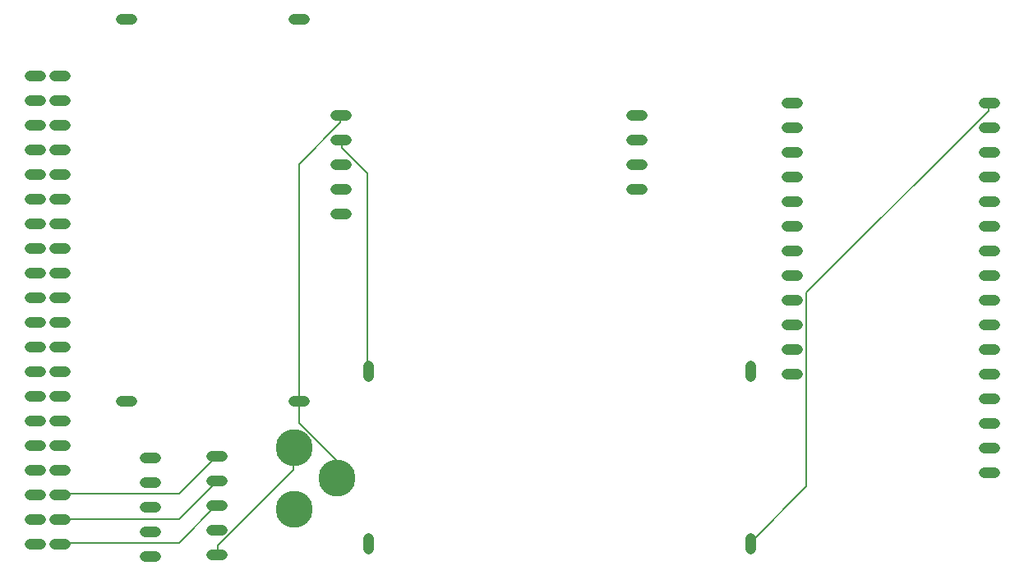
<source format=gbr>
G04 EAGLE Gerber RS-274X export*
G75*
%MOMM*%
%FSLAX34Y34*%
%LPD*%
%INBottom Copper*%
%IPPOS*%
%AMOC8*
5,1,8,0,0,1.08239X$1,22.5*%
G01*
%ADD10C,1.108000*%
%ADD11C,3.810000*%
%ADD12C,0.152400*%


D10*
X429260Y144320D02*
X429260Y155400D01*
X429260Y322120D02*
X429260Y333200D01*
X822960Y333200D02*
X822960Y322120D01*
X822960Y155400D02*
X822960Y144320D01*
X860600Y579120D02*
X871680Y579120D01*
X871680Y604520D02*
X860600Y604520D01*
X860600Y553720D02*
X871680Y553720D01*
X871680Y528320D02*
X860600Y528320D01*
X860600Y502920D02*
X871680Y502920D01*
X871680Y477520D02*
X860600Y477520D01*
X860600Y452120D02*
X871680Y452120D01*
X871680Y426720D02*
X860600Y426720D01*
X860600Y401320D02*
X871680Y401320D01*
X871680Y375920D02*
X860600Y375920D01*
X860600Y350520D02*
X871680Y350520D01*
X871680Y325120D02*
X860600Y325120D01*
X1063800Y604520D02*
X1074880Y604520D01*
X1074880Y579120D02*
X1063800Y579120D01*
X1063800Y553720D02*
X1074880Y553720D01*
X1074880Y528320D02*
X1063800Y528320D01*
X1063800Y502920D02*
X1074880Y502920D01*
X1074880Y477520D02*
X1063800Y477520D01*
X1063800Y452120D02*
X1074880Y452120D01*
X1074880Y426720D02*
X1063800Y426720D01*
X1063800Y401320D02*
X1074880Y401320D01*
X1074880Y375920D02*
X1063800Y375920D01*
X1063800Y350520D02*
X1074880Y350520D01*
X1074880Y325120D02*
X1063800Y325120D01*
X1063800Y299720D02*
X1074880Y299720D01*
X1074880Y274320D02*
X1063800Y274320D01*
X1063800Y248920D02*
X1074880Y248920D01*
X1074880Y223520D02*
X1063800Y223520D01*
X406860Y591820D02*
X395780Y591820D01*
X395780Y566420D02*
X406860Y566420D01*
X406860Y541020D02*
X395780Y541020D01*
X395780Y515620D02*
X406860Y515620D01*
X406860Y490220D02*
X395780Y490220D01*
X700580Y591820D02*
X711660Y591820D01*
X711660Y566420D02*
X700580Y566420D01*
X700580Y541020D02*
X711660Y541020D01*
X711660Y515620D02*
X700580Y515620D01*
D11*
X397510Y217170D03*
X353060Y185420D03*
X353060Y248920D03*
D10*
X278590Y138430D02*
X267510Y138430D01*
X267510Y163830D02*
X278590Y163830D01*
X278590Y189230D02*
X267510Y189230D01*
X267510Y214630D02*
X278590Y214630D01*
X278590Y240030D02*
X267510Y240030D01*
X210010Y137160D02*
X198930Y137160D01*
X198930Y162560D02*
X210010Y162560D01*
X210010Y187960D02*
X198930Y187960D01*
X198930Y213360D02*
X210010Y213360D01*
X210010Y238760D02*
X198930Y238760D01*
X352600Y297180D02*
X363680Y297180D01*
X185880Y297180D02*
X174800Y297180D01*
X174800Y690880D02*
X185880Y690880D01*
X352600Y690880D02*
X363680Y690880D01*
X117300Y632460D02*
X106220Y632460D01*
X106220Y607060D02*
X117300Y607060D01*
X117300Y581660D02*
X106220Y581660D01*
X106220Y556260D02*
X117300Y556260D01*
X117300Y530860D02*
X106220Y530860D01*
X106220Y505460D02*
X117300Y505460D01*
X117300Y480060D02*
X106220Y480060D01*
X106220Y454660D02*
X117300Y454660D01*
X117300Y429260D02*
X106220Y429260D01*
X106220Y403860D02*
X117300Y403860D01*
X117300Y378460D02*
X106220Y378460D01*
X106220Y353060D02*
X117300Y353060D01*
X117300Y327660D02*
X106220Y327660D01*
X106220Y302260D02*
X117300Y302260D01*
X117300Y276860D02*
X106220Y276860D01*
X106220Y251460D02*
X117300Y251460D01*
X117300Y226060D02*
X106220Y226060D01*
X106220Y200660D02*
X117300Y200660D01*
X117300Y175260D02*
X106220Y175260D01*
X106220Y149860D02*
X117300Y149860D01*
X91900Y632460D02*
X80820Y632460D01*
X80820Y607060D02*
X91900Y607060D01*
X91900Y581660D02*
X80820Y581660D01*
X80820Y556260D02*
X91900Y556260D01*
X91900Y530860D02*
X80820Y530860D01*
X80820Y505460D02*
X91900Y505460D01*
X91900Y480060D02*
X80820Y480060D01*
X80820Y454660D02*
X91900Y454660D01*
X91900Y429260D02*
X80820Y429260D01*
X80820Y403860D02*
X91900Y403860D01*
X91900Y378460D02*
X80820Y378460D01*
X80820Y353060D02*
X91900Y353060D01*
X91900Y327660D02*
X80820Y327660D01*
X80820Y302260D02*
X91900Y302260D01*
X91900Y276860D02*
X80820Y276860D01*
X80820Y251460D02*
X91900Y251460D01*
X91900Y226060D02*
X80820Y226060D01*
X80820Y200660D02*
X91900Y200660D01*
X91900Y175260D02*
X80820Y175260D01*
X80820Y149860D02*
X91900Y149860D01*
D12*
X274320Y147828D02*
X274320Y138684D01*
X274320Y147828D02*
X352044Y225552D01*
X352044Y248412D01*
X274320Y138684D02*
X273050Y138430D01*
X352044Y248412D02*
X353060Y248920D01*
X402336Y557784D02*
X402336Y565404D01*
X402336Y557784D02*
X428244Y531876D01*
X428244Y327660D01*
X402336Y565404D02*
X401320Y566420D01*
X428244Y327660D02*
X429260Y327660D01*
X358140Y297180D02*
X358140Y274320D01*
X396240Y236220D01*
X396240Y217932D01*
X397510Y217170D01*
X1068324Y595884D02*
X1068324Y603504D01*
X1068324Y595884D02*
X880872Y408432D01*
X880872Y208788D01*
X822960Y150876D01*
X1068324Y603504D02*
X1069340Y604520D01*
X822960Y150876D02*
X822960Y149860D01*
X400812Y583692D02*
X400812Y591312D01*
X400812Y583692D02*
X358140Y541020D01*
X358140Y297180D01*
X400812Y591312D02*
X401320Y591820D01*
X234696Y150876D02*
X112776Y150876D01*
X234696Y150876D02*
X273050Y189230D01*
X112776Y150876D02*
X111760Y149860D01*
X111760Y175260D02*
X234696Y175260D01*
X272796Y213360D01*
X273050Y214630D01*
X234696Y201168D02*
X112776Y201168D01*
X234696Y201168D02*
X272796Y239268D01*
X112776Y201168D02*
X111760Y200660D01*
X272796Y239268D02*
X273050Y240030D01*
M02*

</source>
